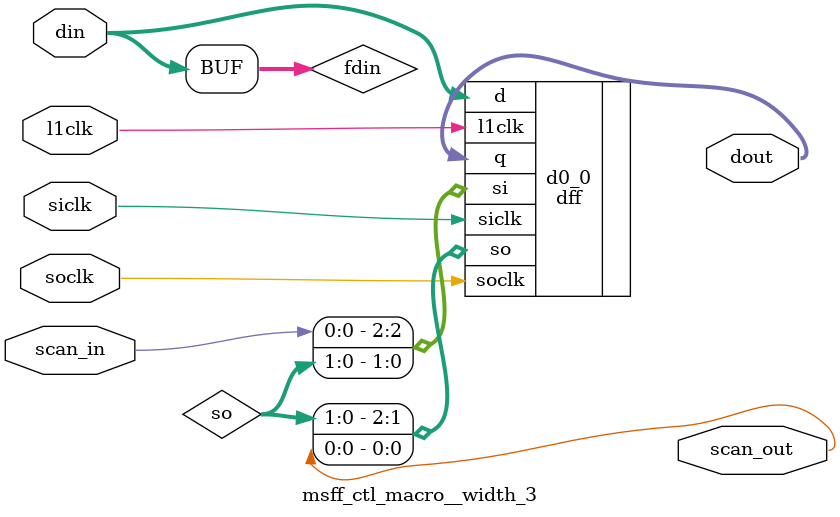
<source format=v>
module wiz6c2a8n6d2t ( amux, fdo, rd0, rd1, rd2, rd3, rd4, rd5, 
			rdll0, rdll1, rdll2, rdll3, rdll4, rdll5, 
			rxbclk, rxbclklln, rxbclkllp, 
			stciq, stspll, 
			stsrx0, stsrx1, stsrx2, stsrx3, stsrx4, stsrx5, 
			ststx0, ststx1, // STSTX2, STSTX3, 
			txbclk, 
			txn0, txn1, // TXN2, TXN3, 
			txp0, txp1, // TXP2, TXP3, 
			bsinitclk, cfgpll, 
			cfgrx0, cfgrx1, cfgrx2, cfgrx3, cfgrx4, cfgrx5, 
			cfgtx0, cfgtx1, // CFGTX2, CFGTX3, 
			fclk, fclrz, fdi, refclkn, refclkp, rxbclkin, 
			rxn0, rxn1, rxn2, rxn3, rxn4, rxn5, 
			rxp0, rxp1, rxp2, rxp3, rxp4, rxp5, 
			stcicfg, stciclk, stcid, 
			td0, td1, // TD2, TD3, 
			testcfg, testclkr, testclkt, txbclkin,
			atpgmd, atpgmq, atpgrd, atpgrq, atpgtd, atpgtq,
			vdd, vdda, vddd, vddr, vddt, vss, vssa );
wire scan_in;
wire siclk;
wire soclk;
wire pce_ov;
wire stop;
wire se;
wire scan_out;


output  amux, fdo, stciq, 
	txn0, txn1, // TXN2, TXN3, 
	txp0, txp1  //, TXP2, TXP3
	;

input  bsinitclk, fclk, fclrz, fdi, refclkn, refclkp, 
       rxn0, rxn1, rxn2, rxn3, rxn4, rxn5, 
       rxp0, rxp1, rxp2, rxp3, rxp4, rxp5, 
       stciclk, stcid, testclkr, testclkt, 
       vdd, vdda, vddd, vddr, vddt, vss, vssa;

output [11:0]  rd0;
output [11:0]  rd1;
output [11:0]  rd2;
output [11:0]  rd3;
output [11:0]  rd4; // added
output [11:0]  rd5; // added
output [3:0]  ststx0;
output [3:0]  ststx1;
//output [3:0]  STSTX2;
//output [3:0]  STSTX3;
output [3:0]  stspll;
output [1:0]  rdll0;
output [1:0]  rdll1;
output [1:0]  rdll2;
output [1:0]  rdll3;
output [1:0]  rdll4; // added
output [1:0]  rdll5; // added
output [7:0]  stsrx0;
output [7:0]  stsrx1;
output [7:0]  stsrx2;
output [7:0]  stsrx3;
output [7:0]  stsrx4; // added
output [7:0]  stsrx5; // added
output [5:0]  rxbclk; // added 5:4
output [1:0]  txbclk; // deleted 3:2
output [5:0]  rxbclklln; // added 5:4
output [5:0]  rxbclkllp; // added 5:4

input [11:0]  cfgpll;
input [27:0]  cfgrx0;
input [27:0]  cfgrx1;
input [27:0]  cfgrx2;
input [27:0]  cfgrx3;
input [27:0]  cfgrx4; // added
input [27:0]  cfgrx5; // added
input [19:0]  cfgtx0;
input [19:0]  cfgtx1;
//input [19:0]  CFGTX2;
//input [19:0]  CFGTX3;
input [1:0]  stcicfg;
input [11:0]  td0;
input [11:0]  td1;
//input [11:0]  TD2;
//input [11:0]  TD3;
input [19:0]  testcfg;
input [1:0]  txbclkin; // deleted 3:2
input [5:0]  rxbclkin; // added 5:4

 input        atpgmd;
 input  [5:0] atpgrd;
 input  [1:0] atpgtd;
 output       atpgmq;
 output [5:0] atpgrq;
 output [1:0] atpgtq;

   wire       pll_lock;
   wire [7:0] pll_lock_cnt_in, pll_lock_cnt;

// Misc. outputs
assign rdll0 = 2'b00;
assign rdll1 = 2'b00;
assign rdll2 = 2'b11;
assign rdll3 = 2'b11;
assign rdll4 = 2'b00;
assign rdll5 = 2'b00;
assign amux  = 1'b0;
assign fdo   = 1'b0;
assign stciq = 1'b0;
assign stspll = {3'b000, pll_lock};
   
// Scan signals for sunv
assign scan_in = 1'b0;
assign siclk = 1'b0;//`CPU.tcu_aclk & `CPU.tcu_mcu_testmode; - for adding mux
assign soclk = 1'b0;//`CPU.tcu_bclk & `CPU.tcu_mcu_testmode; - for adding mux
assign pce_ov = 1'b0;//`CPU.tcu_pce_ov; - for adding mux
assign stop = 1'b0;
assign se = 1'b0;//`CPU.tcu_scan_en & `CPU.tcu_mcu_testmode; - for adding mux

   // ATPG
   assign atpgmq = atpgmd;
   assign atpgrq[5:0] = atpgrd[5:0];
   assign atpgtq[1:0] = atpgtd[1:0];

   assign pll_lock = pll_lock_cnt[7:0] == 8'hff;
   assign pll_lock_cnt_in[7:0] = pll_lock & cfgpll[0] ? 8'hff : cfgpll[0] ? pll_lock_cnt[7:0] + 8'h1 : 8'h0;
dff /*#(8)*/ ff_pll_lock_cnt (
.l1clk(refclkp),
.siclk(siclk),
.soclk(soclk),
.d(pll_lock_cnt_in[7:0]),
.si(8'h0),
.so(),
.q(pll_lock_cnt[7:0])
);

// Receive SERDES
   fsr_rx rx0 	    (
		    // Outputs
	.rd	    (rd0[11:0]),
	.stsrx	    (stsrx0[7:0]),
	.rxbclklln  (rxbclklln[0]),
	.rxbclkllp  (rxbclkllp[0]),
	.rxbclk	    (rxbclk[0]),
		    
		    // Inputs
	.rxp	    (rxp0),
	.rxn	    (rxn0),
	.cfgrx	    (cfgrx0[27:0]),
	.rxbclkin   (rxbclkin[0]),
	.pll_ck     (refclkp ),
  .scan_in(scan_in),
  .scan_out(scan_out),
  .se(se),
  .siclk(siclk),
  .soclk(soclk),
  .stop(stop),
  .pce_ov(pce_ov)
);

   fsr_rx rx1 	    (
		    // Outputs
	.rd	    (rd1[11:0]),
	.stsrx	    (stsrx1[7:0]),
	.rxbclklln  (rxbclklln[1]),
	.rxbclkllp  (rxbclkllp[1]),
	.rxbclk	    (rxbclk[1]),
		    
		    // Inputs
	.rxp	    (rxp1),
	.rxn	    (rxn1),
	.cfgrx	    (cfgrx1[27:0]),
	.rxbclkin   (rxbclkin[1]),
	.pll_ck     (refclkp ),
  .scan_in(scan_in),
  .scan_out(scan_out),
  .se(se),
  .siclk(siclk),
  .soclk(soclk),
  .stop(stop),
  .pce_ov(pce_ov)
);

   fsr_rx rx2 	    (
		    // Outputs
	.rd	    (rd2[11:0]),
	.stsrx	    (stsrx2[7:0]),
	.rxbclklln  (rxbclklln[2]),
	.rxbclkllp  (rxbclkllp[2]),
	.rxbclk	    (rxbclk[2]),
		    
		    // Inputs
	.rxp	    (rxp2),
	.rxn	    (rxn2),
	.cfgrx	    (cfgrx2[27:0]),
	.rxbclkin   (rxbclkin[2]),
	.pll_ck     (refclkp ),
  .scan_in(scan_in),
  .scan_out(scan_out),
  .se(se),
  .siclk(siclk),
  .soclk(soclk),
  .stop(stop),
  .pce_ov(pce_ov)
);

   fsr_rx rx3 	    (
		    // Outputs
	.rd	    (rd3[11:0]),
	.stsrx	    (stsrx3[7:0]),
	.rxbclklln  (rxbclklln[3]),
	.rxbclkllp  (rxbclkllp[3]),
	.rxbclk	    (rxbclk[3]),
		    
		    // Inputs
	.rxp	    (rxp3),
	.rxn	    (rxn3),
	.cfgrx	    (cfgrx3[27:0]),
	.rxbclkin   (rxbclkin[3]),
	.pll_ck     (refclkp ),
  .scan_in(scan_in),
  .scan_out(scan_out),
  .se(se),
  .siclk(siclk),
  .soclk(soclk),
  .stop(stop),
  .pce_ov(pce_ov)
);

   fsr_rx rx4 	    (
		    // Outputs
	.rd	    (rd4[11:0]),
	.stsrx	    (stsrx4[7:0]),
	.rxbclklln  (rxbclklln[4]),
	.rxbclkllp  (rxbclkllp[4]),
	.rxbclk	    (rxbclk[4]),
		    
		    // Inputs
	.rxp	    (rxp4),
	.rxn	    (rxn4),
	.cfgrx	    (cfgrx4[27:0]),
	.rxbclkin   (rxbclkin[4]),
	.pll_ck     (refclkp ),
  .scan_in(scan_in),
  .scan_out(scan_out),
  .se(se),
  .siclk(siclk),
  .soclk(soclk),
  .stop(stop),
  .pce_ov(pce_ov)
);

   fsr_rx rx5 	    (
		    // Outputs
	.rd	    (rd5[11:0]),
	.stsrx	    (stsrx5[7:0]),
	.rxbclklln  (rxbclklln[5]),
	.rxbclkllp  (rxbclkllp[5]),
	.rxbclk	    (rxbclk[5]),
		    
		    // Inputs
	.rxp	    (rxp5),
	.rxn	    (rxn5),
	.cfgrx	    (cfgrx5[27:0]),
	.rxbclkin   (rxbclkin[5]),
	.pll_ck     (refclkp ),
  .scan_in(scan_in),
  .scan_out(scan_out),
  .se(se),
  .siclk(siclk),
  .soclk(soclk),
  .stop(stop),
  .pce_ov(pce_ov)
);


// Transmit SERDES
   fsr_tx tx0 	   (
		   // Outputs
	.td	   (td0[11:0]),
	.ststx	   (ststx0[3:0]),
	.txbclk	   (txbclk[0]),
		   
		   // Inputs
	.txp	   (txp0),
	.txn	   (txn0),
	.cfgtx	   (cfgtx0[19:0]),
	.txbclkin  (txbclkin[0]),
	.pll_ck     (refclkp ),
  .scan_in(scan_in),
  .scan_out(scan_out),
  .se(se),
  .siclk(siclk),
  .soclk(soclk),
  .stop(stop),
  .pce_ov(pce_ov)
);

   fsr_tx tx1 	   (
		   // Outputs
	.td	   (td1[11:0]),
	.ststx	   (ststx1[3:0]),
	.txbclk	   (txbclk[1]),
		   
		   // Inputs
	.txp	   (txp1),
	.txn	   (txn1),
	.cfgtx	   (cfgtx1[19:0]),
	.txbclkin  (txbclkin[1]),
	.pll_ck     (refclkp ),
  .scan_in(scan_in),
  .scan_out(scan_out),
  .se(se),
  .siclk(siclk),
  .soclk(soclk),
  .stop(stop),
  .pce_ov(pce_ov)
);

endmodule

// Created from the WIZ6C2B8N6DX schematic view,
// NETLIST TIME: Nov 22 14:38:43 2004


module wiz6c2b8n6d2t ( amux, fdo, rd0, rd1, rd2, rd3, rdll0, rdll1, rdll2, rdll3, rxbclk, rxbclklln, 
		      rxbclkllp, stciq, stspll, stsrx0, stsrx1, stsrx2, stsrx3, ststx0, ststx1, 
		      ststx2, ststx3, txbclk,
		      txn0, txn1, txn2, txn3, txp0, txp1, txp2, txp3, bsinitclk, cfgpll, cfgrx0, 
		      cfgrx1, cfgrx2, cfgrx3, cfgtx0, cfgtx1, cfgtx2, cfgtx3, fclk, fclrz, fdi, 
		      refclkn, refclkp, rxbclkin, rxn0, rxn1, rxn2,
		      rxn3, rxp0, rxp1, rxp2, rxp3, stcicfg, stciclk, stcid, td0, td1, td2, td3, 
		      testcfg, testclkr, testclkt, txbclkin, 
		      atpgmd, atpgmq, atpgrd, atpgrq, atpgtd, atpgtq,
		      vdd, vdda, vddd, vddr, vddt, vss, vssa );
wire scan_in;
wire siclk;
wire soclk;
wire pce_ov;
wire stop;
wire se;
wire scan_out;


output  amux, fdo, stciq, txn0, txn1, txn2, txn3, txp0, txp1, txp2, txp3;

input  bsinitclk, fclk, fclrz, fdi, refclkn, refclkp, rxn0, rxn1, rxn2, rxn3, rxp0, rxp1, rxp2, rxp3, stciclk, stcid, testclkr, testclkt, vdd, vdda, vddd, vddr, vddt, vss, vssa;

output [11:0]  rd0;
output [11:0]  rd1;
output [11:0]  rd2;
output [11:0]  rd3;
output [3:0]  ststx0;
output [3:0]  ststx1;
output [3:0]  ststx2;
output [3:0]  ststx3;
output [3:0]  stspll;
output [1:0]  rdll0;
output [1:0]  rdll1;
output [1:0]  rdll3;
output [7:0]  stsrx0;
output [7:0]  stsrx1;
output [7:0]  stsrx2;
output [7:0]  stsrx3;
output [3:0]  rxbclk;
output [3:0]  txbclk;
output [3:0]  rxbclklln;
output [1:0]  rdll2;
output [3:0]  rxbclkllp;

input [11:0]  cfgpll;
input [27:0]  cfgrx0;
input [27:0]  cfgrx1;
input [27:0]  cfgrx2;
input [27:0]  cfgrx3;
input [19:0]  cfgtx0;
input [19:0]  cfgtx1;
input [19:0]  cfgtx2;
input [19:0]  cfgtx3;
input [1:0]  stcicfg;
input [11:0]  td0;
input [11:0]  td1;
input [11:0]  td2;
input [11:0]  td3;
input [19:0]  testcfg;
input [3:0]  txbclkin;
input [3:0]  rxbclkin;

 input  atpgmd;
 input  [3:0] atpgrd;
 input  [3:0] atpgtd;
 output       atpgmq;
 output [3:0] atpgrq;
 output [3:0] atpgtq;
   
   wire       pll_lock;
   wire [7:0] pll_lock_cnt_in, pll_lock_cnt;

// Misc. outputs
assign rdll0 = 2'b00;
assign rdll1 = 2'b00;
assign rdll2 = 2'b11;
assign rdll3 = 2'b11;
assign amux  = 1'b0;
assign fdo   = 1'b0;
assign stciq = 1'b0;
assign stspll = {3'b000,pll_lock};
   
// Scan signals for sunv
assign scan_in = 1'b0;
assign siclk = 1'b0;//`CPU.tcu_aclk & `CPU.tcu_mcu_testmode;
assign soclk = 1'b0;//`CPU.tcu_bclk & `CPU.tcu_mcu_testmode;
assign pce_ov = 1'b0;//`CPU.tcu_pce_ov;
assign stop = 1'b0;
assign se = 1'b0;//`CPU.tcu_scan_en & `CPU.tcu_mcu_testmode;


   // ATPG
   assign atpgmq = atpgmd;
   assign atpgrq[3:0] = atpgrd[3:0];
   assign atpgtq[3:0] = atpgtd[3:0];

   assign pll_lock = pll_lock_cnt[7:0] == 8'hff;
   assign pll_lock_cnt_in[7:0] = pll_lock & cfgpll[0] ? 8'hff : cfgpll[0] ? pll_lock_cnt[7:0] + 8'h1 : 8'h0;
dff /*#(8)*/ ff_pll_lock_cnt (
.l1clk(refclkp),
.siclk(siclk),
.soclk(soclk),
.d(pll_lock_cnt_in[7:0]),
.si(8'h0),
.so(),
.q(pll_lock_cnt[7:0])
);

// 4 Rx ports
   
   fsr_rx rx0 	    (
		    // Outputs
	.rd	    (rd0[11:0]),
	.stsrx	    (stsrx0[7:0]),
	.rxbclklln  (rxbclklln[0]),
	.rxbclkllp  (rxbclkllp[0]),
	.rxbclk	    (rxbclk[0]),
		    
		    // Inputs
	.rxp	    (rxp0),
	.rxn	    (rxn0),
	.cfgrx	    (cfgrx0[27:0]),
	.rxbclkin   (rxbclkin[0]),
	.pll_ck     (refclkp ),
  .scan_in(scan_in),
  .scan_out(scan_out),
  .se(se),
  .siclk(siclk),
  .soclk(soclk),
  .stop(stop),
  .pce_ov(pce_ov)
);

   fsr_rx rx1 	    (
		    // Outputs
	.rd	    (rd1[11:0]),
	.stsrx	    (stsrx1[7:0]),
	.rxbclklln  (rxbclklln[1]),
	.rxbclkllp  (rxbclkllp[1]),
	.rxbclk	    (rxbclk[1]),
		    
		    // Inputs
	.rxp	    (rxp1),
	.rxn	    (rxn1),
	.cfgrx	    (cfgrx1[27:0]),
	.rxbclkin   (rxbclkin[1]),
	.pll_ck     (refclkp ),
  .scan_in(scan_in),
  .scan_out(scan_out),
  .se(se),
  .siclk(siclk),
  .soclk(soclk),
  .stop(stop),
  .pce_ov(pce_ov)
);

   fsr_rx rx2 	    (
		    // Outputs
	.rd	    (rd2[11:0]),
	.stsrx	    (stsrx2[7:0]),
	.rxbclklln  (rxbclklln[2]),
	.rxbclkllp  (rxbclkllp[2]),
	.rxbclk	    (rxbclk[2]),
		    
		    // Inputs
	.rxp	    (rxp2),
	.rxn	    (rxn2),
	.cfgrx	    (cfgrx2[27:0]),
	.rxbclkin   (rxbclkin[2]),
	.pll_ck     (refclkp ),
  .scan_in(scan_in),
  .scan_out(scan_out),
  .se(se),
  .siclk(siclk),
  .soclk(soclk),
  .stop(stop),
  .pce_ov(pce_ov)
);

   fsr_rx rx3 	    (
		    // Outputs
	.rd	    (rd3[11:0]),
	.stsrx	    (stsrx3[7:0]),
	.rxbclklln  (rxbclklln[3]),
	.rxbclkllp  (rxbclkllp[3]),
	.rxbclk	    (rxbclk[3]),
		    
		    // Inputs
	.rxp	    (rxp3),
	.rxn	    (rxn3),
	.cfgrx	    (cfgrx3[27:0]),
	.rxbclkin   (rxbclkin[3]),
	.pll_ck     (refclkp ),
  .scan_in(scan_in),
  .scan_out(scan_out),
  .se(se),
  .siclk(siclk),
  .soclk(soclk),
  .stop(stop),
  .pce_ov(pce_ov)
); 
   
   
// 4 Tx ports
   
   fsr_tx tx0 	   (
		   // Outputs
	.td	   (td0[11:0]),
	.ststx	   (ststx0[3:0]),
	.txbclk	   (txbclk[0]),
		   
		   // Inputs
	.txp	   (txp0),
	.txn	   (txn0),
	.cfgtx	   (cfgtx0[19:0]),
	.txbclkin  (txbclkin[0]),
	.pll_ck     (refclkp ),
  .scan_in(scan_in),
  .scan_out(scan_out),
  .se(se),
  .siclk(siclk),
  .soclk(soclk),
  .stop(stop),
  .pce_ov(pce_ov)
);

   fsr_tx tx1 	   (
		   // Outputs
	.td	   (td1[11:0]),
	.ststx	   (ststx1[3:0]),
	.txbclk	   (txbclk[1]),
		   
		   // Inputs
	.txp	   (txp1),
	.txn	   (txn1),
	.cfgtx	   (cfgtx1[19:0]),
	.txbclkin  (txbclkin[1]),
	.pll_ck     (refclkp ),
  .scan_in(scan_in),
  .scan_out(scan_out),
  .se(se),
  .siclk(siclk),
  .soclk(soclk),
  .stop(stop),
  .pce_ov(pce_ov)
);

   fsr_tx tx2 	    (
		    // Outputs
	.td 	    (td2[11:0]),
	.ststx 	    (ststx2[3:0]),
	.txbclk     (txbclk[2]),
		    
		    // Inputs
	.txp 	    (txp2),
	.txn 	    (txn2),
	.cfgtx 	    (cfgtx2[19:0]),
	.txbclkin   (txbclkin[2]),
	.pll_ck     (refclkp ),
  .scan_in(scan_in),
  .scan_out(scan_out),
  .se(se),
  .siclk(siclk),
  .soclk(soclk),
  .stop(stop),
  .pce_ov(pce_ov)
);

   fsr_tx tx3 	   (
		   // Outputs
	.td	   (td3[11:0]),
	.ststx	   (ststx3[3:0]),
	.txbclk	   (txbclk[3]),
		   
		   // Inputs
	.txp	   (txp3),
	.txn	   (txn3),
	.cfgtx	   (cfgtx3[19:0]),
	.txbclkin  (txbclkin[3]),
	.pll_ck     (refclkp ),
  .scan_in(scan_in),
  .scan_out(scan_out),
  .se(se),
  .siclk(siclk),
  .soclk(soclk),
  .stop(stop),
  .pce_ov(pce_ov)
);

   
endmodule

module fsr_rx (
  rd, 
  stsrx, 
  rxbclklln, 
  rxbclkllp, 
  rxbclk, 
  rxp, 
  rxn, 
  cfgrx, 
  rxbclkin, 
  pll_ck, 
  scan_in, 
  scan_out, 
  se, 
  siclk, 
  soclk, 
  stop, 
  pce_ov);
wire elect_idle;
wire sync;
wire pll_ck_l;
wire l1clk;
wire l1clk_l;
wire ff_sn0_scanin;
wire ff_sn0_scanout;
wire sn0;
wire ff_sn1_scanin;
wire ff_sn1_scanout;
wire sn1;
wire match_in;
wire match_even;
wire match_odd;
wire match;
wire ff_match_scanin;
wire ff_match_scanout;
wire match_ptr_en;
wire ff_match_ptr_scanin;
wire ff_match_ptr_scanout;
wire [2:0] cnt;
wire [2:0] match_ptr;
wire [11:0] rd_in;
wire [12:0] nb_data;
wire rd_en;
wire ff_rd_scanin;
wire ff_rd_scanout;
wire [12:0] nb_data_in;
wire ff_nb_data_scanin;
wire ff_nb_data_scanout;
wire [2:0] cnt_in;
wire ff_cnt_scanin;
wire ff_cnt_scanout;
wire rxbclk_in;
wire [2:0] match_ptr_plus_4;
wire [2:0] match_ptr_plus_1;
wire ff_rxbclk_scanin;
wire ff_rxbclk_scanout;
wire sync_en;
wire ff_sync_scanin;
wire ff_sync_scanout;
wire [11:0] rd_rev;
   
output	[11:0]	rd;
output	[7:0]	stsrx;
output		rxbclklln;
output		rxbclkllp;
output		rxbclk;

input		rxp;
input		rxn;
input	[27:0]	cfgrx; 
input		rxbclkin;
input		pll_ck;

input 		scan_in;
output	      	scan_out;
input 		se;
input 		siclk;
input 		soclk;
input 		stop;
input 		pce_ov;
   
assign stsrx[7:0] = {4'h0, elect_idle, 1'b0, sync & cfgrx[0], 1'b0};
assign elect_idle = ~rxp & ~rxn & cfgrx[0];
assign pll_ck_l = ~pll_ck;
assign rxbclklln = 1'b1;
assign rxbclkllp = 1'b0;

l1clkhdr_ctl_macro clkgen0 (
        .l2clk(pll_ck),
        .l1en (1'b1 ),
        .l1clk(l1clk),
  .pce_ov(pce_ov),
  .stop(stop),
  .se(se));

l1clkhdr_ctl_macro clkgen1 (
        .l2clk(pll_ck_l),
        .l1en (1'b1 ),
        .l1clk(l1clk_l),
  .pce_ov(pce_ov),
  .stop(stop),
  .se(se));

//assign l1clk_l = ~l1clk;

msff_ctl_macro ff_sn0 (
	.scan_in(ff_sn0_scanin),
	.scan_out(ff_sn0_scanout),
	.din(rxp),
	.dout(sn0),
	.l1clk(l1clk_l),
  .siclk(siclk),
  .soclk(soclk));

msff_ctl_macro ff_sn1 (
	.scan_in(ff_sn1_scanin),
	.scan_out(ff_sn1_scanout),
	.din(rxp),
	.dout(sn1),
	.l1clk(l1clk),
  .siclk(siclk),
  .soclk(soclk));

assign match_in = (match_even | match_odd) & (cfgrx[13:12] == 2'h1) ? match_odd & ~match_even : match;
msff_ctl_macro ff_match (
	.scan_in(ff_match_scanin),
	.scan_out(ff_match_scanout),
	.din(match_in),
	.dout(match),
	.l1clk(l1clk),
  .siclk(siclk),
  .soclk(soclk));

assign match_ptr_en = (match_even | match_odd) & (cfgrx[13:12] == 2'h1);
msff_ctl_macro__en_1__width_3 ff_match_ptr  (
	.scan_in(ff_match_ptr_scanin),
	.scan_out(ff_match_ptr_scanout),
	.din(cnt[2:0]),
	.dout(match_ptr[2:0]),
	.en(match_ptr_en),
	.l1clk(l1clk),
  .siclk(siclk),
  .soclk(soclk));

assign rd_in[11:0] = {12{cfgrx[0]}} & (match ? nb_data[11:0] : nb_data[12:1]);
assign rd_en = cnt[2:0] == match_ptr[2:0];
msff_ctl_macro__en_1__width_12 ff_rd  (
	.scan_in(ff_rd_scanin),
	.scan_out(ff_rd_scanout),
	.din(rd_in[11:0]),
	.dout(rd_rev[11:0]),
	.en(rd_en),
	.l1clk(l1clk),
  .siclk(siclk),
  .soclk(soclk));

assign rd[11:0] = {rd_rev[0],rd_rev[1],rd_rev[2],rd_rev[3],rd_rev[4],rd_rev[5],
		      rd_rev[6],rd_rev[7],rd_rev[8],rd_rev[9],rd_rev[10],rd_rev[11]};

assign nb_data_in[12:0] = {sn0,sn1,nb_data[12:2]};
msff_ctl_macro__width_13 ff_nb_data  (
	.scan_in(ff_nb_data_scanin),
	.scan_out(ff_nb_data_scanout),
	.din(nb_data_in[12:0]),
	.dout(nb_data[12:0]),
	.l1clk(l1clk),
  .siclk(siclk),
  .soclk(soclk));

assign match_odd = nb_data[11:0] == 12'hbfe;
assign match_even = nb_data[12:1] == 12'hbfe;

assign cnt_in[2:0] = cnt[2:0] == 3'h5 ? 3'h0 : cnt[2:0] + 3'h1;
msff_ctl_macro__width_3 ff_cnt  (
	.scan_in(ff_cnt_scanin),
	.scan_out(ff_cnt_scanout),
	.din(cnt_in[2:0]),
	.dout(cnt[2:0]),
	.l1clk(l1clk),
  .siclk(siclk),
  .soclk(soclk));

assign rxbclk_in = cfgrx[0] & ((cnt[2:0] == match_ptr_plus_4[2:0]) ? 1'b0 : (cnt[2:0] == match_ptr_plus_1[2:0]) ? 1'b1 : rxbclk);
msff_ctl_macro ff_rxbclk (
	.scan_in(ff_rxbclk_scanin),
	.scan_out(ff_rxbclk_scanout),
	.din(rxbclk_in),
	.dout(rxbclk),
	.l1clk(l1clk),
  .siclk(siclk),
  .soclk(soclk));

assign match_ptr_plus_4[2:0] = match_ptr[2:0] == 3'h0 ? 3'h4 :
				match_ptr[2:0] == 3'h1 ? 3'h5 :
				match_ptr[2:0] == 3'h2 ? 3'h0 :
				match_ptr[2:0] == 3'h3 ? 3'h1 :
				match_ptr[2:0] == 3'h4 ? 3'h2 :
				match_ptr[2:0] == 3'h5 ? 3'h3 : 3'h0;
				

assign match_ptr_plus_1[2:0] = match_ptr[2:0] == 3'h0 ? 3'h1 :
				match_ptr[2:0] == 3'h1 ? 3'h2 :
				match_ptr[2:0] == 3'h2 ? 3'h3 :
				match_ptr[2:0] == 3'h3 ? 3'h4 :
				match_ptr[2:0] == 3'h4 ? 3'h5 :
				match_ptr[2:0] == 3'h5 ? 3'h0 : 3'h0;
				

assign sync_en = (match_ptr[2:0] == cnt[2:0]) & (cfgrx[13:12] == 2'h1);
msff_ctl_macro__en_1 ff_sync  (
	.scan_in(ff_sync_scanin),
	.scan_out(ff_sync_scanout),
	.din(match_ptr_en),
	.dout(sync),
	.en(sync_en),
	.l1clk(l1clk),
  .siclk(siclk),
  .soclk(soclk));

// fixscan start:
assign ff_sn0_scanin             = scan_in                  ;
assign ff_sn1_scanin             = ff_sn0_scanout           ;
assign ff_match_scanin           = ff_sn1_scanout           ;
assign ff_match_ptr_scanin       = ff_match_scanout         ;
assign ff_rd_scanin              = ff_match_ptr_scanout     ;
assign ff_nb_data_scanin         = ff_rd_scanout            ;
assign ff_cnt_scanin             = ff_nb_data_scanout       ;
assign ff_rxbclk_scanin          = ff_cnt_scanout           ;
assign ff_sync_scanin            = ff_rxbclk_scanout        ;
assign scan_out                  = ff_sync_scanout          ;
// fixscan end:
endmodule

module fsr_tx (
  txp, 
  txn, 
  ststx, 
  txbclk, 
  td, 
  cfgtx, 
  txbclkin, 
  pll_ck, 
  scan_in, 
  scan_out, 
  se, 
  siclk, 
  soclk, 
  stop, 
  pce_ov);
wire l1clk;
wire ff_td_reg_scanin;
wire ff_td_reg_scanout;
wire [11:0] td_reg;
wire td_sync_en;
wire [2:0] cnt;
wire ff_td_sync_in_scanin;
wire ff_td_sync_in_scanout;
wire [11:0] td_sync_in;
wire ff_td_sync_scanin;
wire ff_td_sync_scanout;
wire [11:0] td_sync;
wire [2:0] cnt_in;
wire ff_cnt_scanin;
wire ff_cnt_scanout;
wire txp_out;
wire [11:0] td_rev;


output 		txp;
output 		txn;
output	[3:0]	ststx;
output 		txbclk;
   
input 	[11:0] 	td;
input 	[19:0] 	cfgtx;
input 		txbclkin;
input 		pll_ck;

input 		scan_in;
output	      	scan_out;
input 		se;
input 		siclk;
input 		soclk;
input 		stop;
input 		pce_ov;
   
assign ststx[3:0] = 4'h0;
assign txbclk = 1'b0;

l1clkhdr_ctl_macro clkgen (
        .l2clk(pll_ck),
        .l1en (1'b1 ),
        .l1clk(l1clk),
  .pce_ov(pce_ov),
  .stop(stop),
  .se(se));

assign td_rev[11:0] = {td[0],td[1],td[2],td[3],td[4],td[5],td[6],td[7],td[8],td[9],td[10],td[11]};
msff_ctl_macro__width_12 ff_td_reg  (
	.scan_in(ff_td_reg_scanin),
	.scan_out(ff_td_reg_scanout),
	.din(td_rev[11:0]),
	.dout(td_reg[11:0]),
	.l1clk(txbclkin),
  .siclk(siclk),
  .soclk(soclk));

assign td_sync_en = cnt[2:0] == 3'h4;
msff_ctl_macro__en_1__width_12 ff_td_sync_in  (
	.scan_in(ff_td_sync_in_scanin),
	.scan_out(ff_td_sync_in_scanout),
	.din(td_reg[11:0]),
	.dout(td_sync_in[11:0]),
	.en(td_sync_en),
	.l1clk(l1clk),
  .siclk(siclk),
  .soclk(soclk));

msff_ctl_macro__width_12 ff_td_sync  (
	.scan_in(ff_td_sync_scanin),
	.scan_out(ff_td_sync_scanout),
	.din(td_sync_in[11:0]),
	.dout(td_sync[11:0]),
	.l1clk(l1clk),
  .siclk(siclk),
  .soclk(soclk));

assign cnt_in[2:0] = cnt[2:0] == 3'h5 ? 3'h0 : cnt[2:0] + 3'h1;
msff_ctl_macro__width_3 ff_cnt  (
	.scan_in(ff_cnt_scanin),
	.scan_out(ff_cnt_scanout),
	.din(cnt_in[2:0]),
	.dout(cnt[2:0]),
	.l1clk(l1clk),
  .siclk(siclk),
  .soclk(soclk));

   assign txp_out = cnt[2:0] == 3'h0 ? td_sync[0]  & pll_ck | td_sync[1]  & ~pll_ck :
		cnt[2:0] == 3'h1 ? td_sync[2]  & pll_ck | td_sync[3]  & ~pll_ck :
		cnt[2:0] == 3'h2 ? td_sync[4]  & pll_ck | td_sync[5]  & ~pll_ck :
		cnt[2:0] == 3'h3 ? td_sync[6]  & pll_ck | td_sync[7]  & ~pll_ck :
		cnt[2:0] == 3'h4 ? td_sync[8]  & pll_ck | td_sync[9]  & ~pll_ck :
		cnt[2:0] == 3'h5 ? td_sync[10] & pll_ck | td_sync[11] & ~pll_ck : 1'b0;
   assign txp = ~cfgtx[18] & cfgtx[0] & txp_out;
   assign txn = ~cfgtx[18] & cfgtx[0] & ~txp_out;

// fixscan start:
assign ff_td_reg_scanin          = scan_in                  ;
assign ff_td_sync_in_scanin      = ff_td_reg_scanout        ;
assign ff_td_sync_scanin         = ff_td_sync_in_scanout    ;
assign ff_cnt_scanin             = ff_td_sync_scanout       ;
assign scan_out                  = ff_cnt_scanout           ;
// fixscan end:
endmodule


module l1clkhdr_ctl_macro (
  l2clk, 
  l1en, 
  pce_ov, 
  stop, 
  se, 
  l1clk);


  input l2clk;
  input l1en;
  input pce_ov;
  input stop;
  input se;
  output l1clk;



 

cl_sc1_l1hdr_8x c_0 (


   .l2clk(l2clk),
   .pce(l1en),
   .l1clk(l1clk),
  .se(se),
  .pce_ov(pce_ov),
  .stop(stop)
);



endmodule













// any PARAMS parms go into naming of macro

module msff_ctl_macro (
  din, 
  l1clk, 
  scan_in, 
  siclk, 
  soclk, 
  dout, 
  scan_out);
wire [0:0] fdin;

  input [0:0] din;
  input l1clk;
  input scan_in;


  input siclk;
  input soclk;

  output [0:0] dout;
  output scan_out;
assign fdin[0:0] = din[0:0];






dff /*#(1)*/  d0_0 (
.l1clk(l1clk),
.siclk(siclk),
.soclk(soclk),
.d(fdin[0:0]),
.si(scan_in),
.so(scan_out),
.q(dout[0:0])
);












endmodule













// any PARAMS parms go into naming of macro

module msff_ctl_macro__en_1__width_3 (
  din, 
  en, 
  l1clk, 
  scan_in, 
  siclk, 
  soclk, 
  dout, 
  scan_out);
wire [2:0] fdin;
wire [1:0] so;

  input [2:0] din;
  input en;
  input l1clk;
  input scan_in;


  input siclk;
  input soclk;

  output [2:0] dout;
  output scan_out;
assign fdin[2:0] = (din[2:0] & {3{en}}) | (dout[2:0] & ~{3{en}});






dff /*#(3)*/  d0_0 (
.l1clk(l1clk),
.siclk(siclk),
.soclk(soclk),
.d(fdin[2:0]),
.si({scan_in,so[1:0]}),
.so({so[1:0],scan_out}),
.q(dout[2:0])
);












endmodule

























// any PARAMS parms go into naming of macro

module msff_ctl_macro__width_13 (
  din, 
  l1clk, 
  scan_in, 
  siclk, 
  soclk, 
  dout, 
  scan_out);
wire [12:0] fdin;
wire [11:0] so;

  input [12:0] din;
  input l1clk;
  input scan_in;


  input siclk;
  input soclk;

  output [12:0] dout;
  output scan_out;
assign fdin[12:0] = din[12:0];






dff /*#(13)*/  d0_0 (
.l1clk(l1clk),
.siclk(siclk),
.soclk(soclk),
.d(fdin[12:0]),
.si({scan_in,so[11:0]}),
.so({so[11:0],scan_out}),
.q(dout[12:0])
);












endmodule
























// any PARAMS parms go into naming of macro

module msff_ctl_macro__en_1 (
  din, 
  en, 
  l1clk, 
  scan_in, 
  siclk, 
  soclk, 
  dout, 
  scan_out);
wire [0:0] fdin;

  input [0:0] din;
  input en;
  input l1clk;
  input scan_in;


  input siclk;
  input soclk;

  output [0:0] dout;
  output scan_out;
assign fdin[0:0] = (din[0:0] & {1{en}}) | (dout[0:0] & ~{1{en}});






dff /*#(1)*/  d0_0 (
.l1clk(l1clk),
.siclk(siclk),
.soclk(soclk),
.d(fdin[0:0]),
.si(scan_in),
.so(scan_out),
.q(dout[0:0])
);












endmodule










// any PARAMS parms go into naming of macro

module msff_ctl_macro__width_12 (
  din, 
  l1clk, 
  scan_in, 
  siclk, 
  soclk, 
  dout, 
  scan_out);
wire [11:0] fdin;
wire [10:0] so;

  input [11:0] din;
  input l1clk;
  input scan_in;


  input siclk;
  input soclk;

  output [11:0] dout;
  output scan_out;
assign fdin[11:0] = din[11:0];






dff /*#(12)*/  d0_0 (
.l1clk(l1clk),
.siclk(siclk),
.soclk(soclk),
.d(fdin[11:0]),
.si({scan_in,so[10:0]}),
.so({so[10:0],scan_out}),
.q(dout[11:0])
);












endmodule













// any PARAMS parms go into naming of macro

module msff_ctl_macro__en_1__width_12 (
  din, 
  en, 
  l1clk, 
  scan_in, 
  siclk, 
  soclk, 
  dout, 
  scan_out);
wire [11:0] fdin;
wire [10:0] so;

  input [11:0] din;
  input en;
  input l1clk;
  input scan_in;


  input siclk;
  input soclk;

  output [11:0] dout;
  output scan_out;
assign fdin[11:0] = (din[11:0] & {12{en}}) | (dout[11:0] & ~{12{en}});






dff /*#(12)*/  d0_0 (
.l1clk(l1clk),
.siclk(siclk),
.soclk(soclk),
.d(fdin[11:0]),
.si({scan_in,so[10:0]}),
.so({so[10:0],scan_out}),
.q(dout[11:0])
);












endmodule













// any PARAMS parms go into naming of macro

module msff_ctl_macro__width_3 (
  din, 
  l1clk, 
  scan_in, 
  siclk, 
  soclk, 
  dout, 
  scan_out);
wire [2:0] fdin;
wire [1:0] so;

  input [2:0] din;
  input l1clk;
  input scan_in;


  input siclk;
  input soclk;

  output [2:0] dout;
  output scan_out;
assign fdin[2:0] = din[2:0];






dff /*#(3)*/  d0_0 (
.l1clk(l1clk),
.siclk(siclk),
.soclk(soclk),
.d(fdin[2:0]),
.si({scan_in,so[1:0]}),
.so({so[1:0],scan_out}),
.q(dout[2:0])
);












endmodule









</source>
